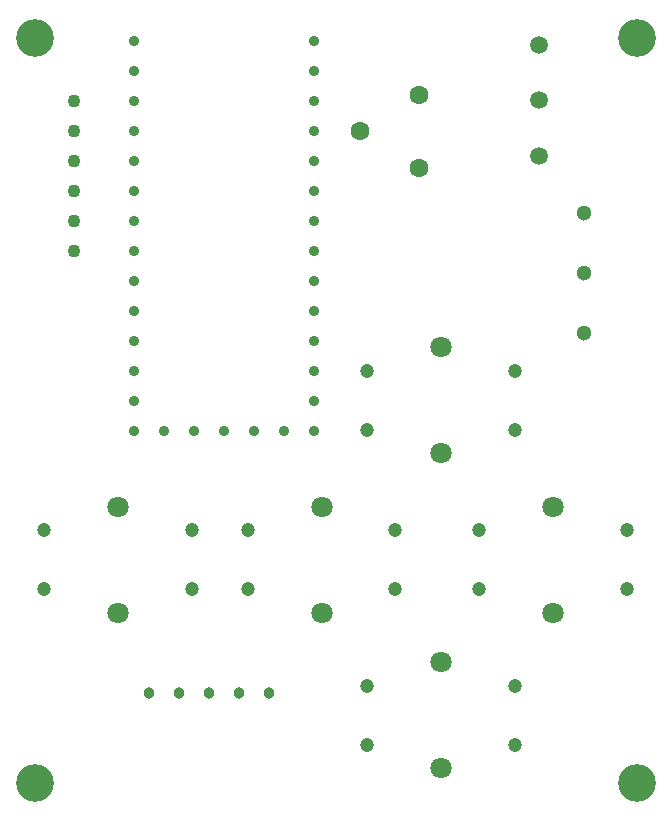
<source format=gbr>
%TF.GenerationSoftware,Novarm,DipTrace,3.3.1.3*%
%TF.CreationDate,2019-11-14T11:02:47+00:00*%
%FSLAX35Y35*%
%MOMM*%
%TF.FileFunction,Plated,1,2,PTH,Drill*%
%TF.Part,Single*%
%TA.AperFunction,ComponentDrill*%
%ADD19C,1.5*%
%ADD21C,1.3*%
%TA.AperFunction,MechanicalDrill*%
%ADD26C,1.8*%
%ADD49C,3.2*%
%TA.AperFunction,ComponentDrill*%
%ADD50C,0.9*%
%ADD51C,1.2*%
%ADD53C,0.96533*%
%ADD54C,1.1*%
%ADD56C,1.6*%
G75*
G01*
D50*
X2143000Y7582500D3*
Y7328500D3*
Y7074500D3*
Y6820500D3*
Y6566500D3*
Y6312500D3*
Y6058500D3*
Y5804500D3*
Y5550500D3*
Y5296500D3*
Y5042500D3*
Y4788500D3*
Y4534500D3*
Y4280500D3*
X3667000Y7582500D3*
Y7328500D3*
Y7074500D3*
Y6820500D3*
Y6566500D3*
Y6312500D3*
Y6058500D3*
Y5804500D3*
Y5550500D3*
Y5296500D3*
Y5042500D3*
Y4788500D3*
Y4534500D3*
Y4280500D3*
X2397000D3*
X2651000D3*
X2905000D3*
X3159000D3*
X3413000D3*
D51*
X4111500Y2121500D3*
X5361500D3*
X4111500Y1621500D3*
X5361500D3*
X5064000Y3436500D3*
X6314000D3*
X5064000Y2936500D3*
X6314000D3*
X4111500Y4788500D3*
X5361500D3*
X4111500Y4288500D3*
X5361500D3*
X2631000Y2936500D3*
X1381000D3*
X2631000Y3436500D3*
X1381000D3*
D21*
X5953000Y6122000D3*
Y5614000D3*
Y5106000D3*
D51*
X4351500Y2936500D3*
X3101500D3*
X4351500Y3436500D3*
X3101500D3*
D53*
X3286000Y2058000D3*
X3032000D3*
X2778000D3*
D54*
X1635000Y7074500D3*
Y6820500D3*
Y6566500D3*
Y6312500D3*
Y6058500D3*
Y5804500D3*
D19*
X5572000Y7546000D3*
Y7076100D3*
Y6606200D3*
D56*
X4556000Y6503000D3*
X4056000Y6813000D3*
X4556000Y7123000D3*
D53*
X2270000Y2058000D3*
X2524000D3*
D26*
X4736500Y2321500D3*
Y1421500D3*
X5689000Y3636500D3*
Y2736500D3*
X4736500Y4988500D3*
Y4088500D3*
X2006000Y2736500D3*
Y3636500D3*
X3726500Y2736500D3*
Y3636500D3*
D49*
X1300000Y7600000D3*
X6400000D3*
Y1300000D3*
X1300000D3*
M02*

</source>
